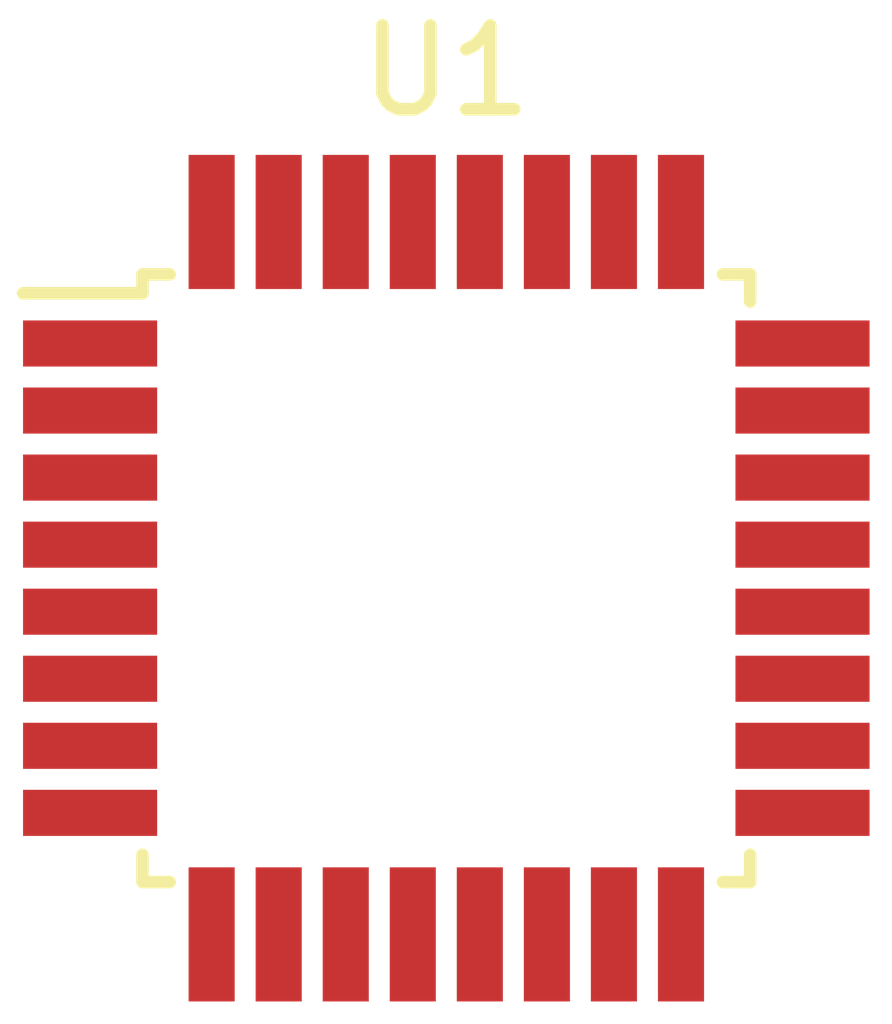
<source format=kicad_pcb>
(kicad_pcb (version 20211014) (generator pcbnew)
  (layers (0 "F.Cu" signal) (31 "B.Cu" signal) (34 "B.Paste" user) (35 "F.Paste" user) (36 "B.SilkS" user "B.Silkscreen") (37 "F.SilkS" user "F.Silkscreen") (38 "B.Mask" user) (39 "F.Mask" user) (44 "Edge.Cuts" user))
  (net 0 "")
  (footprint "Package_QFP:TQFP-32_7x7mm_P0.8mm" (layer "F.Cu") (at 137 98)
    (fp_text reference "U1" (at 0 -6.05) (layer "F.SilkS"))
    (fp_text value "TQFP-32_7x7mm_P0.8mm" hide)
    (fp_line (start 3.625 3.625) (end 3.625 3.3) (layer "F.SilkS") (width 0.15))
    (fp_line (start -3.625 -3.625) (end -3.3 -3.625) (layer "F.SilkS") (width 0.15))
    (fp_line (start -3.625 3.625) (end -3.3 3.625) (layer "F.SilkS") (width 0.15))
    (fp_line (start -3.625 -3.4) (end -5.05 -3.4) (layer "F.SilkS") (width 0.15))
    (fp_line (start -3.625 -3.625) (end -3.625 -3.4) (layer "F.SilkS") (width 0.15))
    (fp_line (start 3.625 3.625) (end 3.3 3.625) (layer "F.SilkS") (width 0.15))
    (fp_line (start -3.625 3.625) (end -3.625 3.3) (layer "F.SilkS") (width 0.15))
    (fp_line (start 3.625 -3.625) (end 3.625 -3.3) (layer "F.SilkS") (width 0.15))
    (fp_line (start 3.625 -3.625) (end 3.3 -3.625) (layer "F.SilkS") (width 0.15))
    (pad "1" smd rect (at -4.25 -2.8) (size 1.6 0.55) (layers "F.Cu" "F.Paste" "F.Mask"))
    (pad "2" smd rect (at -4.25 -2) (size 1.6 0.55) (layers "F.Cu" "F.Paste" "F.Mask"))
    (pad "3" smd rect (at -4.25 -1.2) (size 1.6 0.55) (layers "F.Cu" "F.Paste" "F.Mask"))
    (pad "4" smd rect (at -4.25 -0.4) (size 1.6 0.55) (layers "F.Cu" "F.Paste" "F.Mask"))
    (pad "5" smd rect (at -4.25 0.4) (size 1.6 0.55) (layers "F.Cu" "F.Paste" "F.Mask"))
    (pad "6" smd rect (at -4.25 1.2) (size 1.6 0.55) (layers "F.Cu" "F.Paste" "F.Mask"))
    (pad "7" smd rect (at -4.25 2) (size 1.6 0.55) (layers "F.Cu" "F.Paste" "F.Mask"))
    (pad "8" smd rect (at -4.25 2.8) (size 1.6 0.55) (layers "F.Cu" "F.Paste" "F.Mask"))
    (pad "9" smd rect (at -2.8 4.25 90) (size 1.6 0.55) (layers "F.Cu" "F.Paste" "F.Mask"))
    (pad "10" smd rect (at -2 4.25 90) (size 1.6 0.55) (layers "F.Cu" "F.Paste" "F.Mask"))
    (pad "11" smd rect (at -1.2 4.25 90) (size 1.6 0.55) (layers "F.Cu" "F.Paste" "F.Mask"))
    (pad "12" smd rect (at -0.4 4.25 90) (size 1.6 0.55) (layers "F.Cu" "F.Paste" "F.Mask"))
    (pad "13" smd rect (at 0.4 4.25 90) (size 1.6 0.55) (layers "F.Cu" "F.Paste" "F.Mask"))
    (pad "14" smd rect (at 1.2 4.25 90) (size 1.6 0.55) (layers "F.Cu" "F.Paste" "F.Mask"))
    (pad "15" smd rect (at 2 4.25 90) (size 1.6 0.55) (layers "F.Cu" "F.Paste" "F.Mask"))
    (pad "16" smd rect (at 2.8 4.25 90) (size 1.6 0.55) (layers "F.Cu" "F.Paste" "F.Mask"))
    (pad "17" smd rect (at 4.25 2.8) (size 1.6 0.55) (layers "F.Cu" "F.Paste" "F.Mask"))
    (pad "18" smd rect (at 4.25 2) (size 1.6 0.55) (layers "F.Cu" "F.Paste" "F.Mask"))
    (pad "19" smd rect (at 4.25 1.2) (size 1.6 0.55) (layers "F.Cu" "F.Paste" "F.Mask"))
    (pad "20" smd rect (at 4.25 0.4) (size 1.6 0.55) (layers "F.Cu" "F.Paste" "F.Mask"))
    (pad "21" smd rect (at 4.25 -0.4) (size 1.6 0.55) (layers "F.Cu" "F.Paste" "F.Mask"))
    (pad "22" smd rect (at 4.25 -1.2) (size 1.6 0.55) (layers "F.Cu" "F.Paste" "F.Mask"))
    (pad "23" smd rect (at 4.25 -2) (size 1.6 0.55) (layers "F.Cu" "F.Paste" "F.Mask"))
    (pad "24" smd rect (at 4.25 -2.8) (size 1.6 0.55) (layers "F.Cu" "F.Paste" "F.Mask"))
    (pad "25" smd rect (at 2.8 -4.25 90) (size 1.6 0.55) (layers "F.Cu" "F.Paste" "F.Mask"))
    (pad "26" smd rect (at 2 -4.25 90) (size 1.6 0.55) (layers "F.Cu" "F.Paste" "F.Mask"))
    (pad "27" smd rect (at 1.2 -4.25 90) (size 1.6 0.55) (layers "F.Cu" "F.Paste" "F.Mask"))
    (pad "28" smd rect (at 0.4 -4.25 90) (size 1.6 0.55) (layers "F.Cu" "F.Paste" "F.Mask"))
    (pad "29" smd rect (at -0.4 -4.25 90) (size 1.6 0.55) (layers "F.Cu" "F.Paste" "F.Mask"))
    (pad "30" smd rect (at -1.2 -4.25 90) (size 1.6 0.55) (layers "F.Cu" "F.Paste" "F.Mask"))
    (pad "31" smd rect (at -2 -4.25 90) (size 1.6 0.55) (layers "F.Cu" "F.Paste" "F.Mask"))
    (pad "32" smd rect (at -2.8 -4.25 90) (size 1.6 0.55) (layers "F.Cu" "F.Paste" "F.Mask"))
  )
)
</source>
